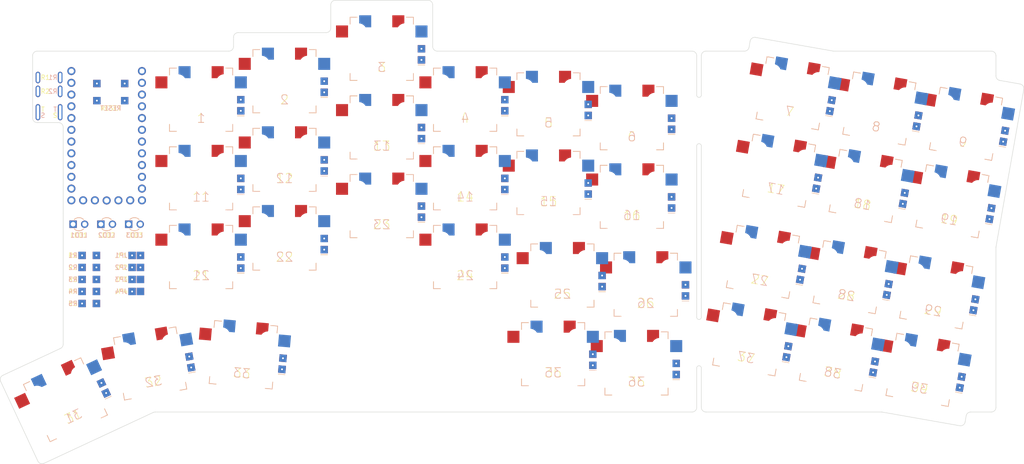
<source format=kicad_pcb>
(kicad_pcb (version 20221018) (generator pcbnew)
  (layers (0 "F.Cu" signal) (31 "B.Cu" signal) (34 "B.Paste" user) (35 "F.Paste" user) (36 "B.SilkS" user "B.Silkscreen") (37 "F.SilkS" user "F.Silkscreen") (38 "B.Mask" user) (39 "F.Mask" user) (44 "Edge.Cuts" user))
  (net 0 "")
  (net 1 "Net-(J1-Pad1)")
  (net 2 "GND")
  (net 3 "Net-(J1-Pad3)")
  (net 4 "Net-(J1-Pad4)")
  (net 5 "DATA")
  (net 6 "SCL")
  (net 7 "VCC")
  (net 8 "SDA")
  (net 9 "Net-(LED1-A)")
  (net 10 "Net-(LED2-A)")
  (net 11 "Net-(LED3-A)")
  (net 12 "LED1")
  (net 13 "LED2")
  (net 14 "LED3")
  (net 15 "COL1")
  (net 16 "Net-(SW11-Pad3)")
  (net 17 "ROW1")
  (net 18 "COL2")
  (net 19 "Net-(SW12-Pad3)")
  (net 20 "COL3")
  (net 21 "Net-(SW13-Pad3)")
  (net 22 "COL4")
  (net 23 "Net-(SW14-Pad3)")
  (net 24 "COL5")
  (net 25 "Net-(SW15-Pad3)")
  (net 26 "COL6")
  (net 27 "Net-(SW16-Pad3)")
  (net 28 "COL7")
  (net 29 "Net-(SW17-Pad3)")
  (net 30 "COL8")
  (net 31 "Net-(SW18-Pad3)")
  (net 32 "COL9")
  (net 33 "Net-(SW19-Pad3)")
  (net 34 "Net-(SW21-Pad3)")
  (net 35 "ROW2")
  (net 36 "Net-(SW22-Pad3)")
  (net 37 "Net-(SW23-Pad3)")
  (net 38 "Net-(SW24-Pad3)")
  (net 39 "Net-(SW25-Pad3)")
  (net 40 "Net-(SW26-Pad3)")
  (net 41 "Net-(SW27-Pad3)")
  (net 42 "Net-(SW28-Pad3)")
  (net 43 "Net-(SW29-Pad3)")
  (net 44 "Net-(SW31-Pad3)")
  (net 45 "ROW3")
  (net 46 "Net-(SW32-Pad3)")
  (net 47 "Net-(SW33-Pad3)")
  (net 48 "Net-(SW34-Pad3)")
  (net 49 "Net-(SW35-Pad3)")
  (net 50 "Net-(SW36-Pad3)")
  (net 51 "Net-(SW37-Pad3)")
  (net 52 "Net-(SW38-Pad3)")
  (net 53 "Net-(SW39-Pad3)")
  (net 54 "Net-(SW41-Pad3)")
  (net 55 "ROW4")
  (net 56 "Net-(SW42-Pad3)")
  (net 57 "Net-(SW43-Pad3)")
  (net 58 "Net-(SW45-Pad3)")
  (net 59 "Net-(SW46-Pad3)")
  (net 60 "Net-(SW47-Pad3)")
  (net 61 "Net-(SW48-Pad3)")
  (net 62 "Net-(SW49-Pad3)")
  (net 63 "RESET")
  (footprint "Keyboard:Switch" (layer "F.Cu") (at 224.975609 78.651922 -10)
    (fp_text reference "SW28" hide)
    (fp_text value "18" hide)
  )
  (footprint "Keyboard:LED" (layer "F.Cu") (at 67.11 86.91)
    (fp_text reference "LED3" hide)
    (fp_text value "LED" hide)
  )
  (footprint "Keyboard:Switch" (layer "F.Cu") (at 120.5 83)
    (fp_text reference "SW33" hide)
    (fp_text value "23" hide)
  )
  (footprint "Keyboard:Switch" (layer "F.Cu") (at 90.633011 115.128584 -5)
    (fp_text reference "SW43" hide)
    (fp_text value "33" hide)
  )
  (footprint "Keyboard:Switch" (layer "F.Cu") (at 120.5 66)
    (fp_text reference "SW23" hide)
    (fp_text value "13" hide)
  )
  (footprint "Keyboard:Switch" (layer "F.Cu") (at 81.5 60)
    (fp_text reference "SW11" hide)
    (fp_text value "1" hide)
  )
  (footprint "Keyboard:Switch" (layer "F.Cu") (at 240.213993 101.647393 -10)
    (fp_text reference "SW39" hide)
    (fp_text value "29" hide)
  )
  (footprint "Keyboard:Switch" (layer "F.Cu") (at 199.839279 111.790494 -10)
    (fp_text reference "SW47" hide)
    (fp_text value "37" hide)
  )
  (footprint "Keyboard:JumperSplit" (layer "F.Cu") (at 67.5 101.45)
    (fp_text reference "JP4" hide)
    (fp_text value "JumperSplit" hide)
  )
  (footprint "Keyboard:Switch" (layer "F.Cu") (at 243.686956 81.951238 -10)
    (fp_text reference "SW29" hide)
    (fp_text value "19" hide)
  )
  (footprint "Keyboard:JumperSplit" (layer "F.Cu") (at 67.5 98.85)
    (fp_text reference "JP3" hide)
    (fp_text value "JumperSplit" hide)
  )
  (footprint "Keyboard:Switch" (layer "F.Cu") (at 81.5 94)
    (fp_text reference "SW31" hide)
    (fp_text value "21" hide)
  )
  (footprint "Keyboard:Switch" (layer "F.Cu") (at 246.638975 65.209506 -10)
    (fp_text reference "SW19" hide)
    (fp_text value "9" hide)
  )
  (footprint "Keyboard:Switch" (layer "F.Cu") (at 99.5 73)
    (fp_text reference "SW22" hide)
    (fp_text value "12" hide)
  )
  (footprint "Keyboard:SDR18" (layer "F.Cu") (at 57.35 104.05045)
    (fp_text reference "R5")
    (fp_text value "R" hide)
  )
  (footprint "Keyboard:Switch" (layer "F.Cu") (at 206.264262 75.352607 -10)
    (fp_text reference "SW27" hide)
    (fp_text value "17" hide)
  )
  (footprint "Keyboard:SDR18" (layer "F.Cu") (at 57.35 98.85025)
    (fp_text reference "R3")
    (fp_text value "R" hide)
  )
  (footprint "Keyboard:Switch" (layer "F.Cu") (at 138.5 60)
    (fp_text reference "SW14" hide)
    (fp_text value "4" hide)
  )
  (footprint "Keyboard:Switch" (layer "F.Cu") (at 120.5 49)
    (fp_text reference "SW13" hide)
    (fp_text value "3" hide)
  )
  (footprint "Keyboard:Switch" (layer "F.Cu") (at 221.502646 98.348078 -10)
    (fp_text reference "SW38" hide)
    (fp_text value "28" hide)
  )
  (footprint "Keyboard:Switch" (layer "F.Cu") (at 52.208951 124.846263 25)
    (fp_text reference "SW41" hide)
    (fp_text value "31" hide)
  )
  (footprint "Keyboard:LED" (layer "F.Cu") (at 55.11 86.91)
    (fp_text reference "LED1" hide)
    (fp_text value "LED" hide)
  )
  (footprint "Keyboard:Switch" (layer "F.Cu") (at 237.261974 118.389125 -10)
    (fp_text reference "SW49" hide)
    (fp_text value "39" hide)
  )
  (footprint "Keyboard:Switch" (layer "F.Cu") (at 156.5 78)
    (fp_text reference "SW25" hide)
    (fp_text value "15" hide)
  )
  (footprint "Keyboard:Switch" (layer "F.Cu") (at 157.5 115)
    (fp_text reference "SW45" hide)
    (fp_text value "35" hide)
  )
  (footprint "Keyboard:Switch" (layer "F.Cu") (at 138.5 94)
    (fp_text reference "SW34" hide)
    (fp_text value "24" hide)
  )
  (footprint "Keyboard:Switch" (layer "F.Cu") (at 174.5 64)
    (fp_text reference "SW16" hide)
    (fp_text value "6" hide)
  )
  (footprint "Keyboard:SDR18" (layer "F.Cu") (at 57.35 96.25015)
    (fp_text reference "R2")
    (fp_text value "R" hide)
  )
  (footprint "Keyboard:PJ-320A" (layer "F.Cu") (at 48.67 57.1)
    (fp_text reference "J1" hide)
    (fp_text value "TRRS" hide)
  )
  (footprint "Keyboard:SDR18" (layer "F.Cu") (at 57.35 101.45035)
    (fp_text reference "R4")
    (fp_text value "R" hide)
  )
  (footprint "Keyboard:Switch" (layer "F.Cu") (at 159.5 98)
    (fp_text reference "SW35" hide)
    (fp_text value "25" hide)
  )
  (footprint "Keyboard:Switch" (layer "F.Cu") (at 227.927628 61.910191 -10)
    (fp_text reference "SW18" hide)
    (fp_text value "8" hide)
  )
  (footprint "Keyboard:Switch" (layer "F.Cu") (at 99.5 56)
    (fp_text reference "SW12" hide)
    (fp_text value "2" hide)
  )
  (footprint "Keyboard:Switch" (layer "F.Cu") (at 202.791298 95.048762 -10)
    (fp_text reference "SW37" hide)
    (fp_text value "27" hide)
  )
  (footprint "Keyboard:Switch" (layer "F.Cu") (at 70.5 117 10)
    (fp_text reference "SW42" hide)
    (fp_text value "32" hide)
  )
  (footprint "Keyboard:Switch" (layer "F.Cu") (at 218.550627 115.089809 -10)
    (fp_text reference "SW48" hide)
    (fp_text value "38" hide)
  )
  (footprint "Keyboard:Switch" (layer "F.Cu") (at 177.5 100)
    (fp_text reference "SW36" hide)
    (fp_text value "26" hide)
  )
  (footprint "Keyboard:PTS526" (layer "F.Cu") (at 62 58.35)
    (fp_text reference "SWRST1" hide)
    (fp_text value "PTS526" hide)
  )
  (footprint "Keyboard:Switch" (layer "F.Cu") (at 138.5 77)
    (fp_text reference "SW24" hide)
    (fp_text value "14" hide)
  )
  (footprint "Keyboard:LED" (layer "F.Cu") (at 61.11 86.91)
    (fp_text reference "LED2" hide)
    (fp_text value "LED" hide)
  )
  (footprint "Keyboard:Switch" (layer "F.Cu") (at 81.5 77)
    (fp_text reference "SW21" hide)
    (fp_text value "11" hide)
  )
  (footprint "Keyboard:Switch" (layer "F.Cu") (at 209.216281 58.610875 -10)
    (fp_text reference "SW17" hide)
    (fp_text value "7" hide)
  )
  (footprint "Keyboard:Switch" (layer "F.Cu") (at 174.5 81)
    (fp_text reference "SW26" hide)
    (fp_text value "16" hide)
  )
  (footprint "Keyboard:EliteC" (layer "F.Cu") (at 61.11 66.51)
    (fp_text reference "U1")
    (fp_text value "EliteC" hide)
  )
  (footprint "Keyboard:Jumper" (layer "F.Cu") (at 67.5 93.65)
    (fp_text reference "JP1" hide)
    (fp_text value "Jumper" hide)
  )
  (footprint "Keyboard:SDR18" (layer "F.Cu") (at 57.35 93.65005)
    (fp_text reference "R1")
    (fp_text value "R" hide)
  )
  (footprint "Keyboard:Switch" (layer "F.Cu") (at 175.5 117)
    (fp_text reference "SW46" hide)
    (fp_text value "36" hide)
  )
  (footprint "Keyboard:Switch" (layer "F.Cu") (at 99.5 90)
    (fp_text reference "SW32" hide)
    (fp_text value "22" hide)
  )
  (footprint "Keyboard:Jumper" (layer "F.Cu") (at 67.5 96.25)
    (fp_text reference "JP2" hide)
    (fp_text value "Jumper" hide)
  )
  (footprint "Keyboard:Switch" (layer "F.Cu") (at 156.5 61)
    (fp_text reference "SW15" hide)
    (fp_text value "5" hide)
  )
  (gr_arc (start 130.5 38.5) (mid 131.207107 38.792893) (end 131.5 39.5) (stroke (width 0.1)) (layer "Edge.Cuts"))
  (gr_arc (start 258.310359 56.605506) (mid 258.95585 57.01674) (end 259.121518 57.763962) (stroke (width 0.1)) (layer "Edge.Cuts"))
  (gr_line (start 188.5 126.5) (end 188.5 118) (stroke (width 0.1)) (layer "Edge.Cuts"))
  (gr_arc (start 246.679465 128.326352) (mid 247.021483 127.733945) (end 247.664273 127.5) (stroke (width 0.1)) (layer "Edge.Cuts"))
  (gr_line (start 246.445201 129.654928) (end 246.679465 128.326352) (stroke (width 0.1)) (layer "Edge.Cuts"))
  (gr_arc (start 228.377737 127.5) (mid 228.464892 127.503808) (end 228.551385 127.515192) (stroke (width 0.1)) (layer "Edge.Cuts"))
  (gr_line (start 89.5 45.5) (end 108.5 45.5) (stroke (width 0.1)) (layer "Edge.Cuts"))
  (gr_line (start 228.551385 127.515192) (end 245.286746 130.466088) (stroke (width 0.1)) (layer "Edge.Cuts"))
  (gr_arc (start 189.5 107) (mid 189 107.5) (end 188.5 107) (stroke (width 0.1)) (layer "Edge.Cuts"))
  (gr_line (start 51.72 84.52) (end 51.72 112.851726) (stroke (width 0.1)) (layer "Edge.Cuts"))
  (gr_line (start 130.5 38.5) (end 110.5 38.5) (stroke (width 0.1)) (layer "Edge.Cuts"))
  (gr_arc (start 253.934246 55.83388) (mid 253.341863 55.491856) (end 253.107894 54.849072) (stroke (width 0.1)) (layer "Edge.Cuts"))
  (gr_line (start 187.5 127.5) (end 71.584805 127.5) (stroke (width 0.1)) (layer "Edge.Cuts"))
  (gr_line (start 71.162187 127.593692) (end 47.583365 138.588678) (stroke (width 0.1)) (layer "Edge.Cuts"))
  (gr_arc (start 51.72 112.851726) (mid 51.563381 113.389015) (end 51.142618 113.758034) (stroke (width 0.1)) (layer "Edge.Cuts"))
  (gr_line (start 187.5 49.5) (end 132.5 49.5) (stroke (width 0.1)) (layer "Edge.Cuts"))
  (gr_line (start 253.107894 126.5) (end 253.107894 91.956408) (stroke (width 0.1)) (layer "Edge.Cuts"))
  (gr_arc (start 45.12 50.5) (mid 45.412893 49.792893) (end 46.12 49.5) (stroke (width 0.1)) (layer "Edge.Cuts"))
  (gr_arc (start 189.5 50.5) (mid 189.792893 49.792893) (end 190.5 49.5) (stroke (width 0.1)) (layer "Edge.Cuts"))
  (gr_line (start 189.5 70) (end 189.5 107) (stroke (width 0.1)) (layer "Edge.Cuts"))
  (gr_line (start 71.5 49.5) (end 46.12 49.5) (stroke (width 0.1)) (layer "Edge.Cuts"))
  (gr_arc (start 88.5 48.5) (mid 88.207107 49.207107) (end 87.5 49.5) (stroke (width 0.1)) (layer "Edge.Cuts"))
  (gr_line (start 188.5 50.5) (end 188.5 59) (stroke (width 0.1)) (layer "Edge.Cuts"))
  (gr_arc (start 253.107894 91.956408) (mid 253.111698 91.869252) (end 253.123087 91.78276) (stroke (width 0.1)) (layer "Edge.Cuts"))
  (gr_line (start 253.107894 50.5) (end 253.107894 54.849072) (stroke (width 0.1)) (layer "Edge.Cuts"))
  (gr_line (start 199.798789 48.673648) (end 200.033053 47.345072) (stroke (width 0.1)) (layer "Edge.Cuts"))
  (gr_line (start 189.5 50.5) (end 189.5 59) (stroke (width 0.1)) (layer "Edge.Cuts"))
  (gr_line (start 131.5 39.5) (end 131.5 48.5) (stroke (width 0.1)) (layer "Edge.Cuts"))
  (gr_arc (start 88.5 46.5) (mid 88.792893 45.792893) (end 89.5 45.5) (stroke (width 0.1)) (layer "Edge.Cuts"))
  (gr_line (start 38.224692 120.88514) (end 46.254439 138.104988) (stroke (width 0.1)) (layer "Edge.Cuts"))
  (gr_arc (start 38.224692 120.88514) (mid 38.191294 120.120491) (end 38.708381 119.556214) (stroke (width 0.1)) (layer "Edge.Cuts"))
  (gr_arc (start 71.162187 127.593692) (mid 71.368366 127.523705) (end 71.584805 127.5) (stroke (width 0.1)) (layer "Edge.Cuts"))
  (gr_line (start 190.5 127.5) (end 228.377737 127.5) (stroke (width 0.1)) (layer "Edge.Cuts"))
  (gr_arc (start 246.445201 129.654928) (mid 246.033975 130.300441) (end 245.286746 130.466088) (stroke (width 0.1)) (layer "Edge.Cuts"))
  (gr_line (start 190.5 49.5) (end 198.813982 49.5) (stroke (width 0.1)) (layer "Edge.Cuts"))
  (gr_line (start 189.5 118) (end 189.5 126.5) (stroke (width 0.1)) (layer "Edge.Cuts"))
  (gr_arc (start 218.100518 49.5) (mid 218.013362 49.496196) (end 217.92687 49.484808) (stroke (width 0.1)) (layer "Edge.Cuts"))
  (gr_line (start 88.5 46.5) (end 88.5 48.5) (stroke (width 0.1)) (layer "Edge.Cuts"))
  (gr_line (start 51.142618 113.758034) (end 38.708381 119.556214) (stroke (width 0.1)) (layer "Edge.Cuts"))
  (gr_arc (start 50.72 64.95) (mid 51.427107 65.242893) (end 51.72 65.95) (stroke (width 0.1)) (layer "Edge.Cuts"))
  (gr_arc (start 252.107894 49.5) (mid 252.815005 49.792891) (end 253.107894 50.5) (stroke (width 0.1)) (layer "Edge.Cuts"))
  (gr_line (start 45.12 63.95) (end 45.12 50.5) (stroke (width 0.1)) (layer "Edge.Cuts"))
  (gr_arc (start 132.5 49.5) (mid 131.792893 49.207107) (end 131.5 48.5) (stroke (width 0.1)) (layer "Edge.Cuts"))
  (gr_arc (start 188.5 118) (mid 189 117.5) (end 189.5 118) (stroke (width 0.1)) (layer "Edge.Cuts"))
  (gr_arc (start 190.5 127.5) (mid 189.792893 127.207107) (end 189.5 126.5) (stroke (width 0.1)) (layer "Edge.Cuts"))
  (gr_arc (start 200.033053 47.345072) (mid 200.444278 46.699537) (end 201.191509 46.533912) (stroke (width 0.1)) (layer "Edge.Cuts"))
  (gr_arc (start 188.5 70) (mid 189 69.5) (end 189.5 70) (stroke (width 0.1)) (layer "Edge.Cuts"))
  (gr_line (start 50.72 64.95) (end 46.12 64.95) (stroke (width 0.1)) (layer "Edge.Cuts"))
  (gr_line (start 71.5 49.5) (end 87.5 49.5) (stroke (width 0.1)) (layer "Edge.Cuts"))
  (gr_line (start 259.121518 57.763962) (end 253.123087 91.78276) (stroke (width 0.1)) (layer "Edge.Cuts"))
  (gr_line (start 188.5 70) (end 188.5 107) (stroke (width 0.1)) (layer "Edge.Cuts"))
  (gr_arc (start 47.583365 138.588678) (mid 46.818705 138.622094) (end 46.254439 138.104988) (stroke (width 0.1)) (layer "Edge.Cuts"))
  (gr_line (start 217.92687 49.484808) (end 201.191509 46.533912) (stroke (width 0.1)) (layer "Edge.Cuts"))
  (gr_arc (start 253.107894 126.5) (mid 252.815 127.207105) (end 252.107894 127.5) (stroke (width 0.1)) (layer "Edge.Cuts"))
  (gr_arc (start 199.798789 48.673648) (mid 199.456768 49.266037) (end 198.813982 49.5) (stroke (width 0.1)) (layer "Edge.Cuts"))
  (gr_arc (start 189.5 59) (mid 189 59.5) (end 188.5 59) (stroke (width 0.1)) (layer "Edge.Cuts"))
  (gr_line (start 218.100518 49.5) (end 252.107894 49.5) (stroke (width 0.1)) (layer "Edge.Cuts"))
  (gr_arc (start 109.5 39.5) (mid 109.792893 38.792893) (end 110.5 38.5) (stroke (width 0.1)) (layer "Edge.Cuts"))
  (gr_line (start 258.310359 56.605506) (end 253.934246 55.83388) (stroke (width 0.1)) (layer "Edge.Cuts"))
  (gr_arc (start 188.5 126.5) (mid 188.207107 127.207107) (end 187.5 127.5) (stroke (width 0.1)) (layer "Edge.Cuts"))
  (gr_arc (start 46.12 64.95) (mid 45.412893 64.657107) (end 45.12 63.95) (stroke (width 0.1)) (layer "Edge.Cuts"))
  (gr_line (start 109.5 44.5) (end 109.5 39.5) (stroke (width 0.1)) (layer "Edge.Cuts"))
  (gr_line (start 51.72 65.95) (end 51.72 84.52) (stroke (width 0.1)) (layer "Edge.Cuts"))
  (gr_arc (start 187.5 49.5) (mid 188.207107 49.792893) (end 188.5 50.5) (stroke (width 0.1)) (layer "Edge.Cuts"))
  (gr_arc (start 109.5 44.5) (mid 109.207107 45.207107) (end 108.5 45.5) (stroke (width 0.1)) (layer "Edge.Cuts"))
  (gr_line (start 247.664273 127.5) (end 252.107894 127.5) (stroke (width 0.1)) (layer "Edge.Cuts"))
)
</source>
